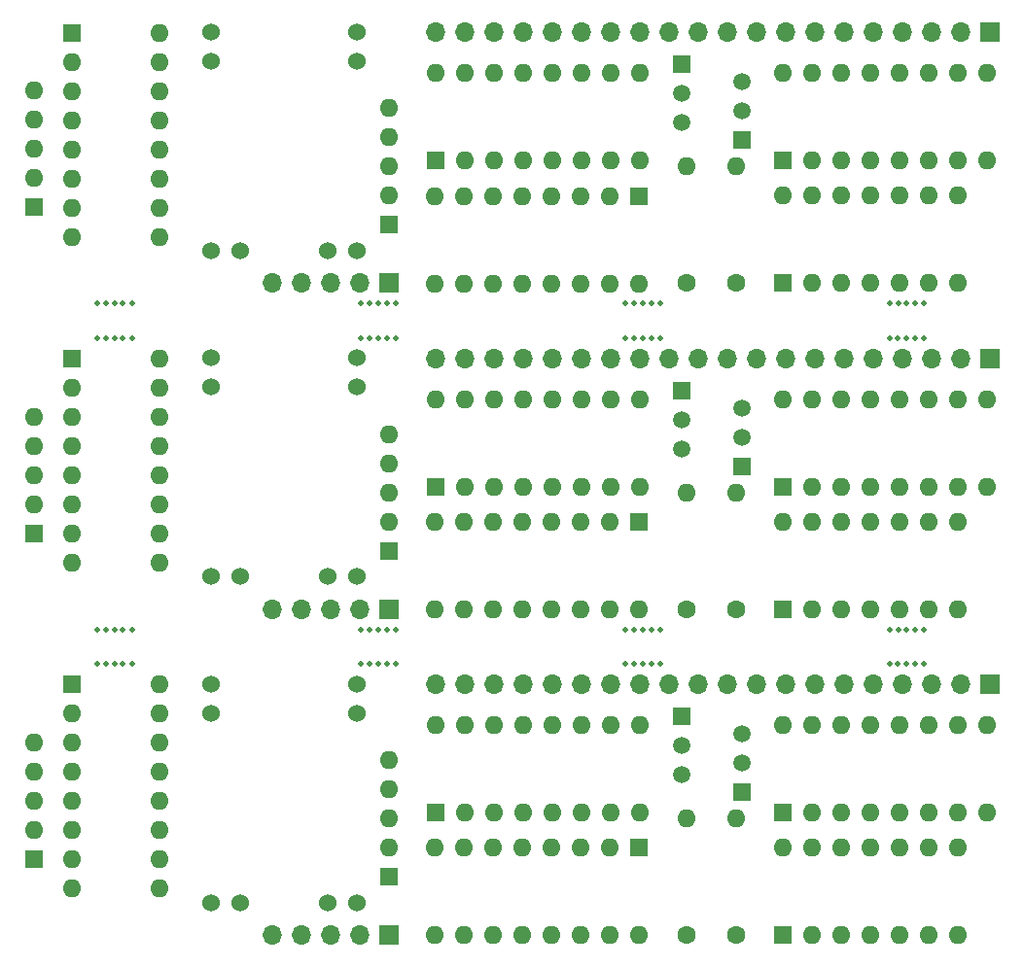
<source format=gbr>
%TF.GenerationSoftware,KiCad,Pcbnew,7.0.7*%
%TF.CreationDate,2023-10-06T22:38:46+01:00*%
%TF.ProjectId,nixie-controller-breakaway-panelized,6e697869-652d-4636-9f6e-74726f6c6c65,rev?*%
%TF.SameCoordinates,Original*%
%TF.FileFunction,Soldermask,Top*%
%TF.FilePolarity,Negative*%
%FSLAX46Y46*%
G04 Gerber Fmt 4.6, Leading zero omitted, Abs format (unit mm)*
G04 Created by KiCad (PCBNEW 7.0.7) date 2023-10-06 22:38:46*
%MOMM*%
%LPD*%
G01*
G04 APERTURE LIST*
%ADD10C,0.500000*%
%ADD11O,1.700000X1.700000*%
%ADD12R,1.700000X1.700000*%
%ADD13C,1.500000*%
%ADD14R,1.500000X1.500000*%
%ADD15O,1.600000X1.600000*%
%ADD16R,1.600000X1.600000*%
%ADD17C,1.600000*%
%ADD18C,1.524000*%
G04 APERTURE END LIST*
D10*
%TO.C,mouse-bite-3mm-slot*%
X37088000Y-55880000D03*
X37088000Y-58880000D03*
X37838000Y-58880000D03*
X37850000Y-55880000D03*
X38600000Y-55880000D03*
X38600000Y-58880000D03*
X39350000Y-55880000D03*
X39350000Y-58880000D03*
X40124000Y-55880000D03*
X40124000Y-58880000D03*
%TD*%
%TO.C,mouse-bite-3mm-slot7*%
X106088000Y-84280000D03*
X106088000Y-87280000D03*
X106838000Y-87280000D03*
X106850000Y-84280000D03*
X107600000Y-84280000D03*
X107600000Y-87280000D03*
X108350000Y-84280000D03*
X108350000Y-87280000D03*
X109124000Y-84280000D03*
X109124000Y-87280000D03*
%TD*%
%TO.C,mouse-bite-3mm-slot6*%
X83088000Y-84280000D03*
X83088000Y-87280000D03*
X83838000Y-87280000D03*
X83850000Y-84280000D03*
X84600000Y-84280000D03*
X84600000Y-87280000D03*
X85350000Y-84280000D03*
X85350000Y-87280000D03*
X86124000Y-84280000D03*
X86124000Y-87280000D03*
%TD*%
%TO.C,mouse-bite-3mm-slot5*%
X60088000Y-84280000D03*
X60088000Y-87280000D03*
X60838000Y-87280000D03*
X60850000Y-84280000D03*
X61600000Y-84280000D03*
X61600000Y-87280000D03*
X62350000Y-84280000D03*
X62350000Y-87280000D03*
X63124000Y-84280000D03*
X63124000Y-87280000D03*
%TD*%
%TO.C,mouse-bite-3mm-slot4*%
X37088000Y-84280000D03*
X37088000Y-87280000D03*
X37838000Y-87280000D03*
X37850000Y-84280000D03*
X38600000Y-84280000D03*
X38600000Y-87280000D03*
X39350000Y-84280000D03*
X39350000Y-87280000D03*
X40124000Y-84280000D03*
X40124000Y-87280000D03*
%TD*%
%TO.C,mouse-bite-3mm-slot3*%
X106088000Y-55880000D03*
X106088000Y-58880000D03*
X106838000Y-58880000D03*
X106850000Y-55880000D03*
X107600000Y-55880000D03*
X107600000Y-58880000D03*
X108350000Y-55880000D03*
X108350000Y-58880000D03*
X109124000Y-55880000D03*
X109124000Y-58880000D03*
%TD*%
%TO.C,mouse-bite-3mm-slot2*%
X83088000Y-55880000D03*
X83088000Y-58880000D03*
X83838000Y-58880000D03*
X83850000Y-55880000D03*
X84600000Y-55880000D03*
X84600000Y-58880000D03*
X85350000Y-55880000D03*
X85350000Y-58880000D03*
X86124000Y-55880000D03*
X86124000Y-58880000D03*
%TD*%
%TO.C,mouse-bite-3mm-slot1*%
X60088000Y-55880000D03*
X60088000Y-58880000D03*
X60838000Y-58880000D03*
X60850000Y-55880000D03*
X61600000Y-55880000D03*
X61600000Y-58880000D03*
X62350000Y-55880000D03*
X62350000Y-58880000D03*
X63124000Y-55880000D03*
X63124000Y-58880000D03*
%TD*%
D11*
%TO.C,J1*%
X52324000Y-110902000D03*
X54864000Y-110902000D03*
X57404000Y-110902000D03*
X59944000Y-110902000D03*
D12*
X62484000Y-110902000D03*
%TD*%
D11*
%TO.C,J3*%
X66548000Y-89058000D03*
X69088000Y-89058000D03*
X71628000Y-89058000D03*
X74168000Y-89058000D03*
X76708000Y-89058000D03*
X79248000Y-89058000D03*
X81788000Y-89058000D03*
X84328000Y-89058000D03*
X86868000Y-89058000D03*
X89408000Y-89058000D03*
X91948000Y-89058000D03*
X94488000Y-89058000D03*
X97028000Y-89058000D03*
X99568000Y-89058000D03*
X102108000Y-89058000D03*
X104648000Y-89058000D03*
X107188000Y-89058000D03*
X109728000Y-89058000D03*
X112268000Y-89058000D03*
D12*
X114808000Y-89058000D03*
%TD*%
D13*
%TO.C,Q2*%
X88032000Y-96932000D03*
X88032000Y-94392000D03*
D14*
X88032000Y-91852000D03*
%TD*%
D15*
%TO.C,U3*%
X84300000Y-110920000D03*
X81760000Y-110920000D03*
X79220000Y-110920000D03*
X76680000Y-110920000D03*
X74140000Y-110920000D03*
X71600000Y-110920000D03*
X69060000Y-110920000D03*
X66520000Y-110920000D03*
X66520000Y-103300000D03*
X69060000Y-103300000D03*
X71600000Y-103300000D03*
X74140000Y-103300000D03*
X76680000Y-103300000D03*
X79220000Y-103300000D03*
X81760000Y-103300000D03*
D16*
X84300000Y-103300000D03*
%TD*%
D15*
%TO.C,R1*%
X92710000Y-100742000D03*
D17*
X92710000Y-110902000D03*
%TD*%
D15*
%TO.C,U4*%
X66548000Y-92614000D03*
X69088000Y-92614000D03*
X71628000Y-92614000D03*
X74168000Y-92614000D03*
X76708000Y-92614000D03*
X79248000Y-92614000D03*
X81788000Y-92614000D03*
X84328000Y-92614000D03*
X84328000Y-100234000D03*
X81788000Y-100234000D03*
X79248000Y-100234000D03*
X76708000Y-100234000D03*
X74168000Y-100234000D03*
X71628000Y-100234000D03*
X69088000Y-100234000D03*
D16*
X66548000Y-100234000D03*
%TD*%
D15*
%TO.C,RN1*%
X62484000Y-95662000D03*
X62484000Y-98202000D03*
X62484000Y-100742000D03*
X62484000Y-103282000D03*
D16*
X62484000Y-105822000D03*
%TD*%
D15*
%TO.C,U2*%
X96789000Y-92604000D03*
X99329000Y-92604000D03*
X101869000Y-92604000D03*
X104409000Y-92604000D03*
X106949000Y-92604000D03*
X109489000Y-92604000D03*
X112029000Y-92604000D03*
X114569000Y-92604000D03*
X114569000Y-100224000D03*
X112029000Y-100224000D03*
X109489000Y-100224000D03*
X106949000Y-100224000D03*
X104409000Y-100224000D03*
X101869000Y-100224000D03*
X99329000Y-100224000D03*
D16*
X96789000Y-100224000D03*
%TD*%
D15*
%TO.C,RN2*%
X31574000Y-94138000D03*
X31574000Y-96678000D03*
X31574000Y-99218000D03*
X31574000Y-101758000D03*
D16*
X31574000Y-104298000D03*
%TD*%
D15*
%TO.C,U5*%
X42506000Y-89073000D03*
X42506000Y-91613000D03*
X42506000Y-94153000D03*
X42506000Y-96693000D03*
X42506000Y-99233000D03*
X42506000Y-101773000D03*
X42506000Y-104313000D03*
X42506000Y-106853000D03*
X34886000Y-106853000D03*
X34886000Y-104313000D03*
X34886000Y-101773000D03*
X34886000Y-99233000D03*
X34886000Y-96693000D03*
X34886000Y-94153000D03*
X34886000Y-91613000D03*
D16*
X34886000Y-89073000D03*
%TD*%
D15*
%TO.C,R2*%
X88392000Y-100742000D03*
D17*
X88392000Y-110902000D03*
%TD*%
D18*
%TO.C,U6*%
X47050000Y-89010000D03*
X47050000Y-91550000D03*
X57210000Y-108060000D03*
X59750000Y-89010000D03*
X59750000Y-91550000D03*
X59750000Y-108060000D03*
X47050000Y-108060000D03*
X49590000Y-108060000D03*
%TD*%
D15*
%TO.C,U1*%
X96769000Y-103272000D03*
X99309000Y-103272000D03*
X101849000Y-103272000D03*
X104389000Y-103272000D03*
X106929000Y-103272000D03*
X109469000Y-103272000D03*
X112009000Y-103272000D03*
X112009000Y-110892000D03*
X109469000Y-110892000D03*
X106929000Y-110892000D03*
X104389000Y-110892000D03*
X101849000Y-110892000D03*
X99309000Y-110892000D03*
D16*
X96769000Y-110892000D03*
%TD*%
D13*
%TO.C,Q1*%
X93218000Y-93376000D03*
X93218000Y-95916000D03*
D14*
X93218000Y-98456000D03*
%TD*%
D11*
%TO.C,J1*%
X52324000Y-82502000D03*
X54864000Y-82502000D03*
X57404000Y-82502000D03*
X59944000Y-82502000D03*
D12*
X62484000Y-82502000D03*
%TD*%
D11*
%TO.C,J3*%
X66548000Y-60658000D03*
X69088000Y-60658000D03*
X71628000Y-60658000D03*
X74168000Y-60658000D03*
X76708000Y-60658000D03*
X79248000Y-60658000D03*
X81788000Y-60658000D03*
X84328000Y-60658000D03*
X86868000Y-60658000D03*
X89408000Y-60658000D03*
X91948000Y-60658000D03*
X94488000Y-60658000D03*
X97028000Y-60658000D03*
X99568000Y-60658000D03*
X102108000Y-60658000D03*
X104648000Y-60658000D03*
X107188000Y-60658000D03*
X109728000Y-60658000D03*
X112268000Y-60658000D03*
D12*
X114808000Y-60658000D03*
%TD*%
D13*
%TO.C,Q2*%
X88032000Y-68532000D03*
X88032000Y-65992000D03*
D14*
X88032000Y-63452000D03*
%TD*%
D15*
%TO.C,U3*%
X84300000Y-82520000D03*
X81760000Y-82520000D03*
X79220000Y-82520000D03*
X76680000Y-82520000D03*
X74140000Y-82520000D03*
X71600000Y-82520000D03*
X69060000Y-82520000D03*
X66520000Y-82520000D03*
X66520000Y-74900000D03*
X69060000Y-74900000D03*
X71600000Y-74900000D03*
X74140000Y-74900000D03*
X76680000Y-74900000D03*
X79220000Y-74900000D03*
X81760000Y-74900000D03*
D16*
X84300000Y-74900000D03*
%TD*%
D15*
%TO.C,R1*%
X92710000Y-72342000D03*
D17*
X92710000Y-82502000D03*
%TD*%
D15*
%TO.C,U4*%
X66548000Y-64214000D03*
X69088000Y-64214000D03*
X71628000Y-64214000D03*
X74168000Y-64214000D03*
X76708000Y-64214000D03*
X79248000Y-64214000D03*
X81788000Y-64214000D03*
X84328000Y-64214000D03*
X84328000Y-71834000D03*
X81788000Y-71834000D03*
X79248000Y-71834000D03*
X76708000Y-71834000D03*
X74168000Y-71834000D03*
X71628000Y-71834000D03*
X69088000Y-71834000D03*
D16*
X66548000Y-71834000D03*
%TD*%
D15*
%TO.C,RN1*%
X62484000Y-67262000D03*
X62484000Y-69802000D03*
X62484000Y-72342000D03*
X62484000Y-74882000D03*
D16*
X62484000Y-77422000D03*
%TD*%
D15*
%TO.C,U2*%
X96789000Y-64204000D03*
X99329000Y-64204000D03*
X101869000Y-64204000D03*
X104409000Y-64204000D03*
X106949000Y-64204000D03*
X109489000Y-64204000D03*
X112029000Y-64204000D03*
X114569000Y-64204000D03*
X114569000Y-71824000D03*
X112029000Y-71824000D03*
X109489000Y-71824000D03*
X106949000Y-71824000D03*
X104409000Y-71824000D03*
X101869000Y-71824000D03*
X99329000Y-71824000D03*
D16*
X96789000Y-71824000D03*
%TD*%
D15*
%TO.C,RN2*%
X31574000Y-65738000D03*
X31574000Y-68278000D03*
X31574000Y-70818000D03*
X31574000Y-73358000D03*
D16*
X31574000Y-75898000D03*
%TD*%
D15*
%TO.C,U5*%
X42506000Y-60673000D03*
X42506000Y-63213000D03*
X42506000Y-65753000D03*
X42506000Y-68293000D03*
X42506000Y-70833000D03*
X42506000Y-73373000D03*
X42506000Y-75913000D03*
X42506000Y-78453000D03*
X34886000Y-78453000D03*
X34886000Y-75913000D03*
X34886000Y-73373000D03*
X34886000Y-70833000D03*
X34886000Y-68293000D03*
X34886000Y-65753000D03*
X34886000Y-63213000D03*
D16*
X34886000Y-60673000D03*
%TD*%
D15*
%TO.C,R2*%
X88392000Y-72342000D03*
D17*
X88392000Y-82502000D03*
%TD*%
D18*
%TO.C,U6*%
X47050000Y-60610000D03*
X47050000Y-63150000D03*
X57210000Y-79660000D03*
X59750000Y-60610000D03*
X59750000Y-63150000D03*
X59750000Y-79660000D03*
X47050000Y-79660000D03*
X49590000Y-79660000D03*
%TD*%
D15*
%TO.C,U1*%
X96769000Y-74872000D03*
X99309000Y-74872000D03*
X101849000Y-74872000D03*
X104389000Y-74872000D03*
X106929000Y-74872000D03*
X109469000Y-74872000D03*
X112009000Y-74872000D03*
X112009000Y-82492000D03*
X109469000Y-82492000D03*
X106929000Y-82492000D03*
X104389000Y-82492000D03*
X101849000Y-82492000D03*
X99309000Y-82492000D03*
D16*
X96769000Y-82492000D03*
%TD*%
D13*
%TO.C,Q1*%
X93218000Y-64976000D03*
X93218000Y-67516000D03*
D14*
X93218000Y-70056000D03*
%TD*%
D15*
%TO.C,U1*%
X96769000Y-46472000D03*
X99309000Y-46472000D03*
X101849000Y-46472000D03*
X104389000Y-46472000D03*
X106929000Y-46472000D03*
X109469000Y-46472000D03*
X112009000Y-46472000D03*
X112009000Y-54092000D03*
X109469000Y-54092000D03*
X106929000Y-54092000D03*
X104389000Y-54092000D03*
X101849000Y-54092000D03*
X99309000Y-54092000D03*
D16*
X96769000Y-54092000D03*
%TD*%
D13*
%TO.C,Q1*%
X93218000Y-36576000D03*
X93218000Y-39116000D03*
D14*
X93218000Y-41656000D03*
%TD*%
D18*
%TO.C,U6*%
X47050000Y-32210000D03*
X47050000Y-34750000D03*
X57210000Y-51260000D03*
X59750000Y-32210000D03*
X59750000Y-34750000D03*
X59750000Y-51260000D03*
X47050000Y-51260000D03*
X49590000Y-51260000D03*
%TD*%
D15*
%TO.C,R2*%
X88392000Y-43942000D03*
D17*
X88392000Y-54102000D03*
%TD*%
D15*
%TO.C,U5*%
X42506000Y-32273000D03*
X42506000Y-34813000D03*
X42506000Y-37353000D03*
X42506000Y-39893000D03*
X42506000Y-42433000D03*
X42506000Y-44973000D03*
X42506000Y-47513000D03*
X42506000Y-50053000D03*
X34886000Y-50053000D03*
X34886000Y-47513000D03*
X34886000Y-44973000D03*
X34886000Y-42433000D03*
X34886000Y-39893000D03*
X34886000Y-37353000D03*
X34886000Y-34813000D03*
D16*
X34886000Y-32273000D03*
%TD*%
D15*
%TO.C,RN2*%
X31574000Y-37338000D03*
X31574000Y-39878000D03*
X31574000Y-42418000D03*
X31574000Y-44958000D03*
D16*
X31574000Y-47498000D03*
%TD*%
D15*
%TO.C,U2*%
X96789000Y-35804000D03*
X99329000Y-35804000D03*
X101869000Y-35804000D03*
X104409000Y-35804000D03*
X106949000Y-35804000D03*
X109489000Y-35804000D03*
X112029000Y-35804000D03*
X114569000Y-35804000D03*
X114569000Y-43424000D03*
X112029000Y-43424000D03*
X109489000Y-43424000D03*
X106949000Y-43424000D03*
X104409000Y-43424000D03*
X101869000Y-43424000D03*
X99329000Y-43424000D03*
D16*
X96789000Y-43424000D03*
%TD*%
D15*
%TO.C,RN1*%
X62484000Y-38862000D03*
X62484000Y-41402000D03*
X62484000Y-43942000D03*
X62484000Y-46482000D03*
D16*
X62484000Y-49022000D03*
%TD*%
D15*
%TO.C,U4*%
X66548000Y-35814000D03*
X69088000Y-35814000D03*
X71628000Y-35814000D03*
X74168000Y-35814000D03*
X76708000Y-35814000D03*
X79248000Y-35814000D03*
X81788000Y-35814000D03*
X84328000Y-35814000D03*
X84328000Y-43434000D03*
X81788000Y-43434000D03*
X79248000Y-43434000D03*
X76708000Y-43434000D03*
X74168000Y-43434000D03*
X71628000Y-43434000D03*
X69088000Y-43434000D03*
D16*
X66548000Y-43434000D03*
%TD*%
D15*
%TO.C,R1*%
X92710000Y-43942000D03*
D17*
X92710000Y-54102000D03*
%TD*%
D15*
%TO.C,U3*%
X84300000Y-54120000D03*
X81760000Y-54120000D03*
X79220000Y-54120000D03*
X76680000Y-54120000D03*
X74140000Y-54120000D03*
X71600000Y-54120000D03*
X69060000Y-54120000D03*
X66520000Y-54120000D03*
X66520000Y-46500000D03*
X69060000Y-46500000D03*
X71600000Y-46500000D03*
X74140000Y-46500000D03*
X76680000Y-46500000D03*
X79220000Y-46500000D03*
X81760000Y-46500000D03*
D16*
X84300000Y-46500000D03*
%TD*%
D11*
%TO.C,J3*%
X66548000Y-32258000D03*
X69088000Y-32258000D03*
X71628000Y-32258000D03*
X74168000Y-32258000D03*
X76708000Y-32258000D03*
X79248000Y-32258000D03*
X81788000Y-32258000D03*
X84328000Y-32258000D03*
X86868000Y-32258000D03*
X89408000Y-32258000D03*
X91948000Y-32258000D03*
X94488000Y-32258000D03*
X97028000Y-32258000D03*
X99568000Y-32258000D03*
X102108000Y-32258000D03*
X104648000Y-32258000D03*
X107188000Y-32258000D03*
X109728000Y-32258000D03*
X112268000Y-32258000D03*
D12*
X114808000Y-32258000D03*
%TD*%
D11*
%TO.C,J1*%
X52324000Y-54102000D03*
X54864000Y-54102000D03*
X57404000Y-54102000D03*
X59944000Y-54102000D03*
D12*
X62484000Y-54102000D03*
%TD*%
D13*
%TO.C,Q2*%
X88032000Y-40132000D03*
X88032000Y-37592000D03*
D14*
X88032000Y-35052000D03*
%TD*%
M02*

</source>
